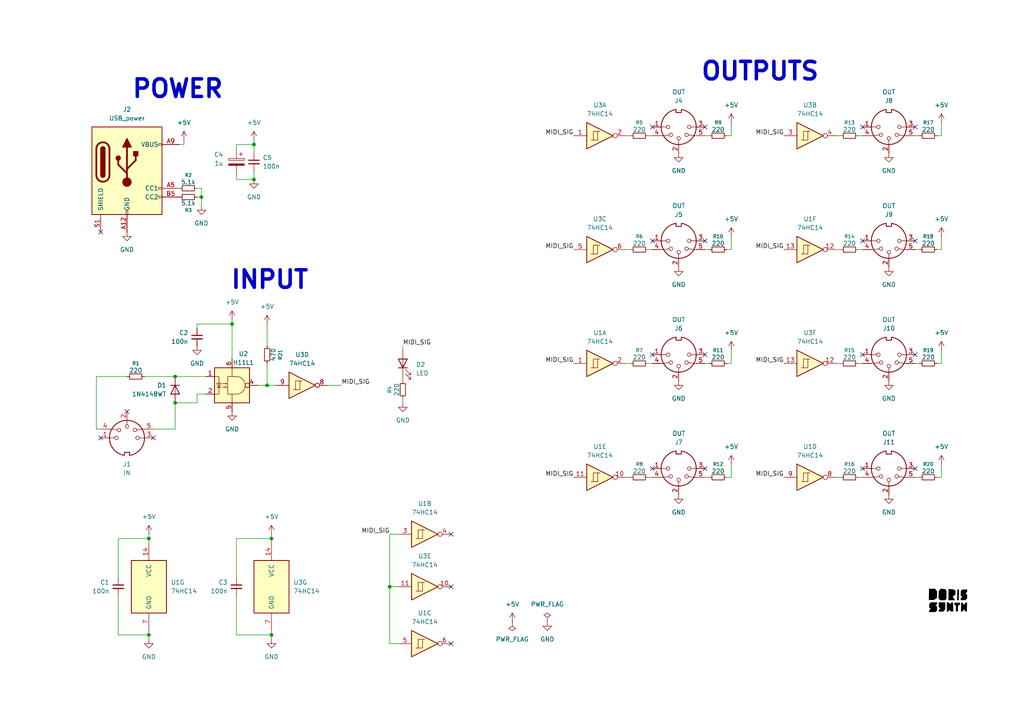
<source format=kicad_sch>
(kicad_sch (version 20250114) (generator "eeschema") (generator_version "9.0")
  (paper "A4")
  (title_block (title "AnotherMidiSplitterV2") (date "2025-11-05") (company "Miłosz Derżko"))
  (lib_symbols
    (symbol "74xx:74HC14" (pin_names (offset 1.016))
      (property "Reference" "U" (at 0 1.27 0))
      (property "Value" "74HC14" (at 0 -1.27 0))
      (symbol "74HC14_1_0"
        (polyline (pts (xy -3.81 3.81) (xy -3.81 -3.81) (xy 3.81 0) (xy -3.81 3.81)) (stroke (width 0.254)) (fill (type background)))
        (pin input line (at -7.62 0 0) (length 3.81) (name "~") (number "1"))
        (pin output inverted (at 7.62 0 180) (length 3.81) (name "~") (number "2"))
      )
      (symbol "74HC14_1_1"
        (polyline (pts (xy -2.54 -1.27) (xy -0.635 -1.27) (xy -0.635 1.27) (xy 0 1.27)))
        (polyline (pts (xy -1.905 -1.27) (xy -1.905 1.27) (xy -0.635 1.27)))
      )
      (symbol "74HC14_2_0"
        (polyline (pts (xy -3.81 3.81) (xy -3.81 -3.81) (xy 3.81 0) (xy -3.81 3.81)) (stroke (width 0.254)) (fill (type background)))
        (pin input line (at -7.62 0 0) (length 3.81) (name "~") (number "3"))
        (pin output inverted (at 7.62 0 180) (length 3.81) (name "~") (number "4"))
      )
      (symbol "74HC14_2_1"
        (polyline (pts (xy -2.54 -1.27) (xy -0.635 -1.27) (xy -0.635 1.27) (xy 0 1.27)))
        (polyline (pts (xy -1.905 -1.27) (xy -1.905 1.27) (xy -0.635 1.27)))
      )
      (symbol "74HC14_3_0"
        (polyline (pts (xy -3.81 3.81) (xy -3.81 -3.81) (xy 3.81 0) (xy -3.81 3.81)) (stroke (width 0.254)) (fill (type background)))
        (pin input line (at -7.62 0 0) (length 3.81) (name "~") (number "5"))
        (pin output inverted (at 7.62 0 180) (length 3.81) (name "~") (number "6"))
      )
      (symbol "74HC14_3_1"
        (polyline (pts (xy -2.54 -1.27) (xy -0.635 -1.27) (xy -0.635 1.27) (xy 0 1.27)))
        (polyline (pts (xy -1.905 -1.27) (xy -1.905 1.27) (xy -0.635 1.27)))
      )
      (symbol "74HC14_4_0"
        (polyline (pts (xy -3.81 3.81) (xy -3.81 -3.81) (xy 3.81 0) (xy -3.81 3.81)) (stroke (width 0.254)) (fill (type background)))
        (pin input line (at -7.62 0 0) (length 3.81) (name "~") (number "9"))
        (pin output inverted (at 7.62 0 180) (length 3.81) (name "~") (number "8"))
      )
      (symbol "74HC14_4_1"
        (polyline (pts (xy -2.54 -1.27) (xy -0.635 -1.27) (xy -0.635 1.27) (xy 0 1.27)))
        (polyline (pts (xy -1.905 -1.27) (xy -1.905 1.27) (xy -0.635 1.27)))
      )
      (symbol "74HC14_5_0"
        (polyline (pts (xy -3.81 3.81) (xy -3.81 -3.81) (xy 3.81 0) (xy -3.81 3.81)) (stroke (width 0.254)) (fill (type background)))
        (pin input line (at -7.62 0 0) (length 3.81) (name "~") (number "11"))
        (pin output inverted (at 7.62 0 180) (length 3.81) (name "~") (number "10"))
      )
      (symbol "74HC14_5_1"
        (polyline (pts (xy -2.54 -1.27) (xy -0.635 -1.27) (xy -0.635 1.27) (xy 0 1.27)))
        (polyline (pts (xy -1.905 -1.27) (xy -1.905 1.27) (xy -0.635 1.27)))
      )
      (symbol "74HC14_6_0"
        (polyline (pts (xy -3.81 3.81) (xy -3.81 -3.81) (xy 3.81 0) (xy -3.81 3.81)) (stroke (width 0.254)) (fill (type background)))
        (pin input line (at -7.62 0 0) (length 3.81) (name "~") (number "13"))
        (pin output inverted (at 7.62 0 180) (length 3.81) (name "~") (number "12"))
      )
      (symbol "74HC14_6_1"
        (polyline (pts (xy -2.54 -1.27) (xy -0.635 -1.27) (xy -0.635 1.27) (xy 0 1.27)))
        (polyline (pts (xy -1.905 -1.27) (xy -1.905 1.27) (xy -0.635 1.27)))
      )
      (symbol "74HC14_7_0"
        (pin power_in line (at 0 12.7 270) (length 5.08) (name "VCC") (number "14"))
        (pin power_in line (at 0 -12.7 90) (length 5.08) (name "GND") (number "7"))
      )
      (symbol "74HC14_7_1"
        (rectangle (start -5.08 7.62) (end 5.08 -7.62) (stroke (width 0.254)) (fill (type background)))
      )
    )
    (symbol "Connector:DIN-5_180degree" (pin_names (offset 1.016))
      (property "Reference" "J" (at 3.175 5.715 0))
      (property "Value" "DIN-5_180degree" (at 0 -6.35 0))
      (symbol "DIN-5_180degree_0_1"
        (polyline (pts (xy -5.08 2.54) (xy -4.318 2.54) (xy -2.794 2.286)))
        (polyline (pts (xy -5.08 0) (xy -3.556 0)))
        (circle (center -3.048 0) (radius 0.508))
        (circle (center -2.286 2.286) (radius 0.508))
        (polyline (pts (xy -0.762 -4.953) (xy -0.762 -4.191) (xy 0.762 -4.191) (xy 0.762 -4.953)) (stroke (width 0.254)))
        (arc (start 5.08 0) (mid 3.8673 -3.3444) (end 0.762 -5.08) (stroke (width 0.254)))
        (polyline (pts (xy 0 5.08) (xy 0 3.81)))
        (circle (center 0 3.302) (radius 0.508))
        (arc (start -5.08 0) (mid 0 5.0579) (end 5.08 0) (stroke (width 0.254)))
        (arc (start -0.762 -5.08) (mid -3.8597 -3.3379) (end -5.08 0) (stroke (width 0.254)))
        (circle (center 2.286 2.286) (radius 0.508))
        (circle (center 3.048 0) (radius 0.508))
        (polyline (pts (xy 5.08 2.54) (xy 4.318 2.54) (xy 2.794 2.286)))
        (polyline (pts (xy 5.08 0) (xy 3.556 0)))
      )
      (symbol "DIN-5_180degree_1_1"
        (pin passive line (at -7.62 2.54 0) (length 2.54) (name "~") (number "4"))
        (pin passive line (at -7.62 0 0) (length 2.54) (name "~") (number "1"))
        (pin passive line (at 0 7.62 270) (length 2.54) (name "~") (number "2"))
        (pin passive line (at 7.62 2.54 180) (length 2.54) (name "~") (number "5"))
        (pin passive line (at 7.62 0 180) (length 2.54) (name "~") (number "3"))
      )
    )
    (symbol "Connector:USB_C_Receptacle_PowerOnly_6P" (pin_names (offset 1.016))
      (property "Reference" "J" (at 0 16.51 0))
      (property "Value" "USB_C_Receptacle_PowerOnly_6P" (at 0 13.97 0))
      (symbol "USB_C_Receptacle_PowerOnly_6P_0_0"
        (rectangle (start -0.254 -12.7) (end 0.254 -11.684))
        (rectangle (start 10.16 7.874) (end 9.144 7.366))
        (rectangle (start 10.16 -4.826) (end 9.144 -5.334))
        (rectangle (start 10.16 -7.366) (end 9.144 -7.874))
      )
      (symbol "USB_C_Receptacle_PowerOnly_6P_0_1"
        (rectangle (start -10.16 12.7) (end 10.16 -12.7) (stroke (width 0.254)) (fill (type background)))
        (polyline (pts (xy -8.89 -1.27) (xy -8.89 6.35)) (stroke (width 0.508)))
        (rectangle (start -7.62 -1.27) (end -6.35 6.35) (stroke (width 0.254)) (fill (type outline)))
        (arc (start -7.62 6.35) (mid -6.985 6.9823) (end -6.35 6.35) (stroke (width 0.254)))
        (arc (start -7.62 6.35) (mid -6.985 6.9823) (end -6.35 6.35) (stroke (width 0.254)) (fill (type outline)))
        (arc (start -8.89 6.35) (mid -6.985 8.2467) (end -5.08 6.35) (stroke (width 0.508)))
        (arc (start -5.08 -1.27) (mid -6.985 -3.1667) (end -8.89 -1.27) (stroke (width 0.508)))
        (arc (start -6.35 -1.27) (mid -6.985 -1.9023) (end -7.62 -1.27) (stroke (width 0.254)))
        (arc (start -6.35 -1.27) (mid -6.985 -1.9023) (end -7.62 -1.27) (stroke (width 0.254)) (fill (type outline)))
        (polyline (pts (xy -5.08 6.35) (xy -5.08 -1.27)) (stroke (width 0.508)))
        (circle (center -2.54 3.683) (radius 0.635) (stroke (width 0.254)) (fill (type outline)))
        (polyline (pts (xy -1.27 6.858) (xy 0 9.398) (xy 1.27 6.858) (xy -1.27 6.858)) (stroke (width 0.254)) (fill (type outline)))
        (polyline (pts (xy 0 0.508) (xy 2.54 3.048) (xy 2.54 4.318)) (stroke (width 0.508)))
        (polyline (pts (xy 0 -0.762) (xy -2.54 1.778) (xy -2.54 3.048)) (stroke (width 0.508)))
        (polyline (pts (xy 0 -3.302) (xy 0 6.858)) (stroke (width 0.508)))
        (circle (center 0 -3.302) (radius 1.27) (fill (type outline)))
        (rectangle (start 1.905 4.318) (end 3.175 5.588) (stroke (width 0.254)) (fill (type outline)))
      )
      (symbol "USB_C_Receptacle_PowerOnly_6P_1_1"
        (pin passive line (at -7.62 -17.78 90) (length 5.08) (name "SHIELD") (number "S1"))
        (pin passive line (at 0 -17.78 90) (length 5.08) (name "GND") (number "A12"))
        (pin passive line (at 0 -17.78 90) (length 5.08) (hide yes) (name "GND") (number "B12"))
        (pin passive line (at 15.24 7.62 180) (length 5.08) (name "VBUS") (number "A9"))
        (pin passive line (at 15.24 7.62 180) (length 5.08) (hide yes) (name "VBUS") (number "B9"))
        (pin bidirectional line (at 15.24 -5.08 180) (length 5.08) (name "CC1") (number "A5"))
        (pin bidirectional line (at 15.24 -7.62 180) (length 5.08) (name "CC2") (number "B5"))
      )
    )
    (symbol "Device:C_Polarized" (pin_numbers (hide yes)) (pin_names (offset 0.254))
      (property "Reference" "C" (at 0.635 2.54 0))
      (property "Value" "C_Polarized" (at 0.635 -2.54 0))
      (symbol "C_Polarized_0_1"
        (rectangle (start -2.286 0.508) (end 2.286 1.016))
        (polyline (pts (xy -1.778 2.286) (xy -0.762 2.286)))
        (polyline (pts (xy -1.27 2.794) (xy -1.27 1.778)))
        (rectangle (start 2.286 -0.508) (end -2.286 -1.016) (fill (type outline)))
      )
      (symbol "C_Polarized_1_1"
        (pin passive line (at 0 3.81 270) (length 2.794) (name "~") (number "1"))
        (pin passive line (at 0 -3.81 90) (length 2.794) (name "~") (number "2"))
      )
    )
    (symbol "Device:C_Small" (pin_numbers (hide yes)) (pin_names (offset 0.254) (hide yes))
      (property "Reference" "C" (at 0.254 1.778 0))
      (property "Value" "C_Small" (at 0.254 -2.032 0))
      (symbol "C_Small_0_1"
        (polyline (pts (xy -1.524 0.508) (xy 1.524 0.508)) (stroke (width 0.3048)))
        (polyline (pts (xy -1.524 -0.508) (xy 1.524 -0.508)) (stroke (width 0.3302)))
      )
      (symbol "C_Small_1_1"
        (pin passive line (at 0 2.54 270) (length 2.032) (name "~") (number "1"))
        (pin passive line (at 0 -2.54 90) (length 2.032) (name "~") (number "2"))
      )
    )
    (symbol "Device:LED" (pin_numbers (hide yes)) (pin_names (offset 1.016) (hide yes))
      (property "Reference" "D" (at 0 2.54 0))
      (property "Value" "LED" (at 0 -2.54 0))
      (symbol "LED_0_1"
        (polyline (pts (xy -3.048 -0.762) (xy -4.572 -2.286) (xy -3.81 -2.286) (xy -4.572 -2.286) (xy -4.572 -1.524)))
        (polyline (pts (xy -1.778 -0.762) (xy -3.302 -2.286) (xy -2.54 -2.286) (xy -3.302 -2.286) (xy -3.302 -1.524)))
        (polyline (pts (xy -1.27 0) (xy 1.27 0)))
        (polyline (pts (xy -1.27 -1.27) (xy -1.27 1.27)) (stroke (width 0.254)))
        (polyline (pts (xy 1.27 -1.27) (xy 1.27 1.27) (xy -1.27 0) (xy 1.27 -1.27)) (stroke (width 0.254)))
      )
      (symbol "LED_1_1"
        (pin passive line (at -3.81 0 0) (length 2.54) (name "K") (number "1"))
        (pin passive line (at 3.81 0 180) (length 2.54) (name "A") (number "2"))
      )
    )
    (symbol "Device:R_Small" (pin_numbers (hide yes)) (pin_names (offset 0.254) (hide yes))
      (property "Reference" "R" (at 0 0 90))
      (property "Value" "R_Small" (at 1.778 0 90))
      (symbol "R_Small_0_1"
        (rectangle (start -0.762 1.778) (end 0.762 -1.778) (stroke (width 0.2032)))
      )
      (symbol "R_Small_1_1"
        (pin passive line (at 0 2.54 270) (length 0.762) (name "~") (number "1"))
        (pin passive line (at 0 -2.54 90) (length 0.762) (name "~") (number "2"))
      )
    )
    (symbol "Diode:1N4148WT" (pin_numbers (hide yes)) (pin_names (hide yes))
      (property "Reference" "D" (at 0 2.54 0))
      (property "Value" "1N4148WT" (at 0 -2.54 0))
      (symbol "1N4148WT_0_1"
        (polyline (pts (xy -1.27 1.27) (xy -1.27 -1.27)) (stroke (width 0.254)))
        (polyline (pts (xy 1.27 1.27) (xy 1.27 -1.27) (xy -1.27 0) (xy 1.27 1.27)) (stroke (width 0.254)))
        (polyline (pts (xy 1.27 0) (xy -1.27 0)))
      )
      (symbol "1N4148WT_1_1"
        (pin passive line (at -3.81 0 0) (length 2.54) (name "K") (number "1"))
        (pin passive line (at 3.81 0 180) (length 2.54) (name "A") (number "2"))
      )
    )
    (symbol "Isolator:H11L1" (pin_names (offset 1.016))
      (property "Reference" "U" (at 1.27 8.89 0))
      (property "Value" "H11L1" (at 1.27 6.35 0))
      (symbol "H11L1_0_1"
        (rectangle (start -5.08 5.08) (end 5.08 -5.08) (stroke (width 0.254)) (fill (type background)))
        (polyline (pts (xy -5.08 -2.54) (xy -3.81 -2.54) (xy -3.81 2.54) (xy -5.08 2.54)))
        (polyline (pts (xy -4.445 -0.635) (xy -3.175 -0.635)))
        (polyline (pts (xy -3.81 -0.635) (xy -4.445 0.635) (xy -3.175 0.635) (xy -3.81 -0.635)))
        (polyline (pts (xy -2.794 0.508) (xy -1.524 0.508) (xy -1.905 0.381) (xy -1.905 0.635) (xy -1.524 0.508)))
        (polyline (pts (xy -2.794 -0.508) (xy -1.524 -0.508) (xy -1.905 -0.635) (xy -1.905 -0.381) (xy -1.524 -0.508)))
        (polyline (pts (xy 0 2.54) (xy 0 5.08)))
        (polyline (pts (xy 0 -2.54) (xy 0 -5.08) (xy 0 -3.81)))
        (arc (start 1.27 2.54) (mid 3.799 0) (end 1.27 -2.54))
        (polyline (pts (xy 1.27 -2.54) (xy -1.27 -2.54) (xy -1.27 2.54) (xy 1.27 2.54)))
      )
      (symbol "H11L1_1_1"
        (pin passive line (at -7.62 2.54 0) (length 2.54) (name "~") (number "1"))
        (pin passive line (at -7.62 -2.54 0) (length 2.54) (name "~") (number "2"))
        (pin no_connect line (at -5.08 0 0) (length 2.54) (hide yes) (name "~") (number "3"))
        (pin power_in line (at 0 7.62 270) (length 2.54) (name "~") (number "6"))
        (pin power_in line (at 0 -7.62 90) (length 2.54) (name "~") (number "5"))
        (pin output inverted (at 7.62 0 180) (length 3.81) (name "~") (number "4"))
      )
    )
    (symbol "power:+5V" (power) (pin_numbers (hide yes)) (pin_names (offset 0) (hide yes))
      (property "Value" "+5V" (at 0 3.556 0))
      (symbol "+5V_0_1"
        (polyline (pts (xy -0.762 1.27) (xy 0 2.54)))
        (polyline (pts (xy 0 2.54) (xy 0.762 1.27)))
        (polyline (pts (xy 0 0) (xy 0 2.54)))
      )
      (symbol "+5V_1_1"
        (pin power_in line (at 0 0 90) (length 0) (name "~") (number "1"))
      )
    )
    (symbol "power:GND" (power) (pin_numbers (hide yes)) (pin_names (offset 0) (hide yes))
      (property "Value" "GND" (at 0 -3.81 0))
      (symbol "GND_0_1"
        (polyline (pts (xy 0 0) (xy 0 -1.27) (xy 1.27 -1.27) (xy 0 -2.54) (xy -1.27 -1.27) (xy 0 -1.27)))
      )
      (symbol "GND_1_1"
        (pin power_in line (at 0 0 270) (length 0) (name "~") (number "1"))
      )
    )
    (symbol "power:PWR_FLAG" (power) (pin_numbers (hide yes)) (pin_names (offset 0) (hide yes))
      (property "Value" "PWR_FLAG" (at 0 3.81 0))
      (symbol "PWR_FLAG_0_0"
        (pin power_out line (at 0 0 90) (length 0) (name "~") (number "1"))
      )
      (symbol "PWR_FLAG_0_1"
        (polyline (pts (xy 0 0) (xy 0 1.27) (xy -1.016 1.905) (xy 0 2.54) (xy 1.016 1.905) (xy 0 1.27)))
      )
    )
  )
  (polyline (pts (xy 274.1781 170.8874) (xy 274.5369 171.4395) (xy 274.4955 173.6891) (xy 274.0815 174.0893) (xy 272.66 174.0893) (xy 272.2045 173.5096) (xy 272.2873 171.3843) (xy 272.867 170.7356) (xy 274.1781 170.8874)) (stroke (width -0.0001) (type solid) (color 0 0 0 1)) (fill (type outline)))
  (polyline (pts (xy 280.5061 171.6846) (xy 280.0783 172.071) (xy 280.513 172.5333) (xy 280.5061 173.5891) (xy 280.0507 174.0583) (xy 278.643 174.0721) (xy 278.6568 173.5339) (xy 279.057 173.1199) (xy 278.6361 172.7403) (xy 278.6706 171.4223) (xy 279.0846 170.9945) (xy 279.8023 170.9831) (xy 280.1702 170.976) (xy 280.5199 170.9669) (xy 280.5061 171.6846)) (stroke (width -0.0001) (type solid) (color 0 0 0 1)) (fill (type outline)))
  (polyline (pts (xy 271.8001 171.5166) (xy 271.7311 173.4487) (xy 270.8617 174.0284) (xy 269.3987 174.0146) (xy 269.454 170.7713) (xy 271.1929 170.7437) (xy 271.8001 171.5166)) (stroke (width -0.0001) (type solid) (color 0 0 0 1)) (fill (type outline)))
  (polyline (pts (xy 278.4615 174.8171) (xy 278.4661 175.3222) (xy 277.876 175.7282) (xy 277.8174 177.3182) (xy 277.2467 177.3491) (xy 277.2788 175.7339) (xy 276.7973 175.3613) (xy 276.7973 174.8148) (xy 278.4615 174.8171)) (stroke (width -0.0001) (type solid) (color 0 0 0 1)) (fill (type outline)))
  (polyline (pts (xy 275.1543 174.7317) (xy 275.8179 175.2956) (xy 275.8179 174.761) (xy 276.4229 174.7414) (xy 276.4913 177.3518) (xy 275.8667 177.3713) (xy 275.1905 176.8714) (xy 275.1836 177.3713) (xy 274.6176 177.4103) (xy 274.6078 174.7122) (xy 275.1543 174.7317)) (stroke (width -0.0001) (type solid) (color 0 0 0 1)) (fill (type outline)))
  (polyline (pts (xy 271.8033 175.2235) (xy 271.3154 175.5943) (xy 271.8033 175.9456) (xy 271.7838 177.055) (xy 271.3349 177.5234) (xy 269.4807 177.5429) (xy 269.5002 176.9769) (xy 269.9413 176.5795) (xy 269.5071 176.2212) (xy 269.5117 175.1953) (xy 269.9882 174.6933) (xy 271.8033 174.6933) (xy 271.8033 175.2235)) (stroke (width -0.0001) (type solid) (color 0 0 0 1)) (fill (type outline)))
  (polyline (pts (xy 280.4261 177.3986) (xy 280.0357 177.3986) (xy 279.5673 176.7155) (xy 279.2355 177.3206) (xy 278.7085 177.3791) (xy 278.7718 174.8376) (xy 279.1817 174.8376) (xy 279.6306 175.5012) (xy 280.0014 174.7791) (xy 280.4894 174.74) (xy 280.4261 177.3986)) (stroke (width -0.0001) (type solid) (color 0 0 0 1)) (fill (type outline)))
  (polyline (pts (xy 279.0846 170.9945) (xy 279.0846 170.9945)) (stroke (width -0.0001) (type solid) (color 0 0 0 1)) (fill (type outline)))
  (polyline (pts (xy 278.1265 172.4988) (xy 278.0993 173.5731) (xy 278.0862 173.9355) (xy 278.0747 174.0859) (xy 278.0709 174.0908) (xy 278.0648 174.0949) (xy 278.0564 174.0984) (xy 278.0461 174.1012) (xy 278.0199 174.1052) (xy 277.9876 174.1071) (xy 277.9505 174.1072) (xy 277.9098 174.1058) (xy 277.8229 174.0997) (xy 277.7373 174.0911) (xy 277.6633 174.0821) (xy 277.5917 174.0721) (xy 277.6883 170.9669) (xy 278.1576 170.9531) (xy 278.1265 172.4988)) (stroke (width -0.0001) (type solid) (color 0 0 0 1)) (fill (type outline)))
  (polyline (pts (xy 276.629 170.9426) (xy 277.1258 171.3705) (xy 277.0982 172.4056) (xy 276.3116 173.0818) (xy 277.0154 174.0893) (xy 275.0833 174.0893) (xy 275.0988 172.4866) (xy 275.1124 171.3703) (xy 275.1247 170.8322) (xy 276.629 170.9426)) (stroke (width -0.0001) (type solid) (color 0 0 0 1)) (fill (type outline)))
  (polyline (pts (xy 274.1631 174.6972) (xy 274.1435 176.7856) (xy 273.5511 177.4011) (xy 272.2581 177.413) (xy 272.2971 176.8665) (xy 272.7461 176.4957) (xy 272.2833 176.0631) (xy 272.2741 174.6874) (xy 274.1631 174.6972)) (stroke (width -0.0001) (type solid) (color 0 0 0 1)) (fill (type outline)))
  (text "OUTPUTS" (at 220.472 20.828 0) (effects (font (size 5.08 5.08) (thickness 1.016) (bold yes))))
  (text "POWER" (at 51.562 25.908 0) (effects (font (size 5.08 5.08) (thickness 1.016) (bold yes))))
  (text "INPUT" (at 78.232 81.28 0) (effects (font (size 5.08 5.08) (thickness 1.016) (bold yes))))
  (junction (at 73.66 52.07))
  (junction (at 58.42 57.15))
  (junction (at 43.18 156.21))
  (junction (at 73.66 41.91))
  (junction (at 78.74 156.21))
  (junction (at 67.31 93.98))
  (junction (at 113.03 170.18))
  (junction (at 78.74 184.15))
  (junction (at 50.8 116.84))
  (junction (at 77.47 111.76))
  (junction (at 50.8 109.22))
  (junction (at 43.18 184.15))
  (no_connect (at 204.47 69.85))
  (no_connect (at 189.23 69.85))
  (no_connect (at 44.45 127))
  (no_connect (at 29.21 67.31))
  (no_connect (at 130.81 186.69))
  (no_connect (at 250.19 102.87))
  (no_connect (at 204.47 102.87))
  (no_connect (at 36.83 119.38))
  (no_connect (at 265.43 36.83))
  (no_connect (at 204.47 135.89))
  (no_connect (at 189.23 135.89))
  (no_connect (at 204.47 36.83))
  (no_connect (at 189.23 36.83))
  (no_connect (at 250.19 69.85))
  (no_connect (at 130.81 170.18))
  (no_connect (at 265.43 135.89))
  (no_connect (at 250.19 135.89))
  (no_connect (at 250.19 36.83))
  (no_connect (at 265.43 69.85))
  (no_connect (at 130.81 154.94))
  (no_connect (at 189.23 102.87))
  (no_connect (at 29.21 127))
  (no_connect (at 265.43 102.87))
  (wire (pts (xy 273.05 134.62) (xy 273.05 138.43)))
  (wire (pts (xy 27.94 109.22) (xy 27.94 124.46)))
  (wire (pts (xy 181.61 39.37) (xy 182.88 39.37)))
  (wire (pts (xy 205.74 138.43) (xy 204.47 138.43)))
  (wire (pts (xy 50.8 124.46) (xy 44.45 124.46)))
  (wire (pts (xy 43.18 182.88) (xy 43.18 184.15)))
  (wire (pts (xy 27.94 109.22) (xy 36.83 109.22)))
  (wire (pts (xy 273.05 105.41) (xy 271.78 105.41)))
  (wire (pts (xy 68.58 167.64) (xy 68.58 156.21)))
  (wire (pts (xy 99.06 111.76) (xy 95.25 111.76)))
  (wire (pts (xy 58.42 54.61) (xy 58.42 57.15)))
  (wire (pts (xy 116.84 109.22) (xy 116.84 110.49)))
  (wire (pts (xy 113.03 170.18) (xy 113.03 186.69)))
  (wire (pts (xy 273.05 39.37) (xy 271.78 39.37)))
  (wire (pts (xy 34.29 184.15) (xy 34.29 172.72)))
  (wire (pts (xy 266.7 105.41) (xy 265.43 105.41)))
  (wire (pts (xy 242.57 39.37) (xy 243.84 39.37)))
  (wire (pts (xy 73.66 41.91) (xy 68.58 41.91)))
  (wire (pts (xy 115.57 154.94) (xy 113.03 154.94)))
  (wire (pts (xy 77.47 93.98) (xy 77.47 100.33)))
  (wire (pts (xy 242.57 72.39) (xy 243.84 72.39)))
  (wire (pts (xy 181.61 105.41) (xy 182.88 105.41)))
  (wire (pts (xy 181.61 138.43) (xy 182.88 138.43)))
  (wire (pts (xy 187.96 105.41) (xy 189.23 105.41)))
  (wire (pts (xy 34.29 167.64) (xy 34.29 156.21)))
  (wire (pts (xy 73.66 44.45) (xy 73.66 41.91)))
  (wire (pts (xy 113.03 186.69) (xy 115.57 186.69)))
  (wire (pts (xy 181.61 72.39) (xy 182.88 72.39)))
  (wire (pts (xy 212.09 72.39) (xy 210.82 72.39)))
  (wire (pts (xy 187.96 39.37) (xy 189.23 39.37)))
  (wire (pts (xy 27.94 124.46) (xy 29.21 124.46)))
  (wire (pts (xy 187.96 138.43) (xy 189.23 138.43)))
  (wire (pts (xy 273.05 72.39) (xy 271.78 72.39)))
  (wire (pts (xy 50.8 109.22) (xy 59.69 109.22)))
  (wire (pts (xy 266.7 72.39) (xy 265.43 72.39)))
  (wire (pts (xy 57.15 54.61) (xy 58.42 54.61)))
  (wire (pts (xy 266.7 138.43) (xy 265.43 138.43)))
  (wire (pts (xy 50.8 124.46) (xy 50.8 116.84)))
  (wire (pts (xy 43.18 154.94) (xy 43.18 156.21)))
  (wire (pts (xy 205.74 105.41) (xy 204.47 105.41)))
  (wire (pts (xy 43.18 185.42) (xy 43.18 184.15)))
  (wire (pts (xy 78.74 185.42) (xy 78.74 184.15)))
  (wire (pts (xy 57.15 114.3) (xy 59.69 114.3)))
  (wire (pts (xy 73.66 52.07) (xy 68.58 52.07)))
  (wire (pts (xy 273.05 101.6) (xy 273.05 105.41)))
  (wire (pts (xy 68.58 184.15) (xy 68.58 172.72)))
  (wire (pts (xy 58.42 57.15) (xy 57.15 57.15)))
  (wire (pts (xy 113.03 154.94) (xy 113.03 170.18)))
  (wire (pts (xy 212.09 39.37) (xy 210.82 39.37)))
  (wire (pts (xy 67.31 104.14) (xy 67.31 93.98)))
  (wire (pts (xy 248.92 39.37) (xy 250.19 39.37)))
  (wire (pts (xy 67.31 92.71) (xy 67.31 93.98)))
  (wire (pts (xy 52.07 41.91) (xy 53.34 41.91)))
  (wire (pts (xy 43.18 184.15) (xy 34.29 184.15)))
  (wire (pts (xy 273.05 35.56) (xy 273.05 39.37)))
  (wire (pts (xy 116.84 101.6) (xy 116.84 100.33)))
  (wire (pts (xy 77.47 105.41) (xy 77.47 111.76)))
  (wire (pts (xy 68.58 41.91) (xy 68.58 43.18)))
  (wire (pts (xy 266.7 39.37) (xy 265.43 39.37)))
  (wire (pts (xy 212.09 35.56) (xy 212.09 39.37)))
  (wire (pts (xy 212.09 138.43) (xy 210.82 138.43)))
  (wire (pts (xy 73.66 40.64) (xy 73.66 41.91)))
  (wire (pts (xy 242.57 105.41) (xy 243.84 105.41)))
  (wire (pts (xy 74.93 111.76) (xy 77.47 111.76)))
  (wire (pts (xy 205.74 72.39) (xy 204.47 72.39)))
  (wire (pts (xy 273.05 68.58) (xy 273.05 72.39)))
  (wire (pts (xy 212.09 134.62) (xy 212.09 138.43)))
  (wire (pts (xy 78.74 182.88) (xy 78.74 184.15)))
  (wire (pts (xy 78.74 154.94) (xy 78.74 156.21)))
  (wire (pts (xy 53.34 40.64) (xy 53.34 41.91)))
  (wire (pts (xy 205.74 39.37) (xy 204.47 39.37)))
  (wire (pts (xy 248.92 72.39) (xy 250.19 72.39)))
  (wire (pts (xy 77.47 111.76) (xy 80.01 111.76)))
  (wire (pts (xy 116.84 115.57) (xy 116.84 116.84)))
  (wire (pts (xy 68.58 156.21) (xy 78.74 156.21)))
  (wire (pts (xy 50.8 116.84) (xy 57.15 116.84)))
  (wire (pts (xy 68.58 52.07) (xy 68.58 50.8)))
  (wire (pts (xy 78.74 184.15) (xy 68.58 184.15)))
  (wire (pts (xy 57.15 93.98) (xy 57.15 95.25)))
  (wire (pts (xy 58.42 57.15) (xy 58.42 59.69)))
  (wire (pts (xy 212.09 101.6) (xy 212.09 105.41)))
  (wire (pts (xy 212.09 105.41) (xy 210.82 105.41)))
  (wire (pts (xy 248.92 138.43) (xy 250.19 138.43)))
  (wire (pts (xy 273.05 138.43) (xy 271.78 138.43)))
  (wire (pts (xy 43.18 156.21) (xy 43.18 157.48)))
  (wire (pts (xy 242.57 138.43) (xy 243.84 138.43)))
  (wire (pts (xy 113.03 170.18) (xy 115.57 170.18)))
  (wire (pts (xy 187.96 72.39) (xy 189.23 72.39)))
  (wire (pts (xy 212.09 68.58) (xy 212.09 72.39)))
  (wire (pts (xy 57.15 116.84) (xy 57.15 114.3)))
  (wire (pts (xy 78.74 156.21) (xy 78.74 157.48)))
  (wire (pts (xy 34.29 156.21) (xy 43.18 156.21)))
  (wire (pts (xy 41.91 109.22) (xy 50.8 109.22)))
  (wire (pts (xy 248.92 105.41) (xy 250.19 105.41)))
  (wire (pts (xy 67.31 93.98) (xy 57.15 93.98)))
  (wire (pts (xy 73.66 49.53) (xy 73.66 52.07)))
  (label "MIDI_SIG" (at 99.06 111.76 0))
  (label "MIDI_SIG" (at 166.37 138.43 180))
  (label "MIDI_SIG" (at 166.37 39.37 180))
  (label "MIDI_SIG" (at 227.33 72.39 180))
  (label "MIDI_SIG" (at 166.37 72.39 180))
  (label "MIDI_SIG" (at 227.33 138.43 180))
  (label "MIDI_SIG" (at 227.33 105.41 180))
  (label "MIDI_SIG" (at 227.33 39.37 180))
  (label "MIDI_SIG" (at 116.84 100.33 0))
  (label "MIDI_SIG" (at 113.03 154.94 180))
  (label "MIDI_SIG" (at 166.37 105.41 180))
  (symbol (lib_id "Device:R_Small") (at 269.24 105.41 270) (mirror x) (unit 1)
    (property "Reference" "R19" (at 269.24 101.6 90) (effects (font (size 1.016 1.016))))
    (property "Value" "220" (at 269.24 103.632 90))
    (property "Footprint" "Resistor_SMD:R_0603_1608Metric_Pad0.98x0.95mm_HandSolder" (effects (hide yes)))
    (property "Description" "Resistor, small symbol" (effects (hide yes)))
  )
  (symbol (lib_id "Device:R_Small") (at 77.47 102.87 0) (mirror x) (unit 1)
    (property "Reference" "R21" (at 81.28 102.87 90) (effects (font (size 1.016 1.016))))
    (property "Value" "470" (at 79.248 102.87 90))
    (property "Footprint" "Resistor_SMD:R_0603_1608Metric_Pad0.98x0.95mm_HandSolder" (effects (hide yes)))
    (property "Description" "Resistor, small symbol" (effects (hide yes)))
  )
  (symbol (lib_id "power:GND") (at 36.83 67.31 0) (unit 1)
    (property "Reference" "#PWR01" (effects (hide yes)))
    (property "Value" "GND" (at 36.83 72.39 0))
    (property "Description" "Power symbol creates a global label with name \"GND\" , ground" (effects (hide yes)))
  )
  (symbol (lib_id "Device:R_Small") (at 246.38 72.39 270) (mirror x) (unit 1)
    (property "Reference" "R14" (at 246.38 68.58 90) (effects (font (size 1.016 1.016))))
    (property "Value" "220" (at 246.38 70.612 90))
    (property "Footprint" "Resistor_SMD:R_0603_1608Metric_Pad0.98x0.95mm_HandSolder" (effects (hide yes)))
    (property "Description" "Resistor, small symbol" (effects (hide yes)))
  )
  (symbol (lib_id "Device:R_Small") (at 246.38 138.43 270) (mirror x) (unit 1)
    (property "Reference" "R16" (at 246.38 134.62 90) (effects (font (size 1.016 1.016))))
    (property "Value" "220" (at 246.38 136.652 90))
    (property "Footprint" "Resistor_SMD:R_0603_1608Metric_Pad0.98x0.95mm_HandSolder" (effects (hide yes)))
    (property "Description" "Resistor, small symbol" (effects (hide yes)))
  )
  (symbol (lib_id "Connector:DIN-5_180degree") (at 257.81 69.85 0) (mirror x) (unit 1)
    (property "Reference" "J9" (at 257.81 62.23 0))
    (property "Value" "OUT" (at 257.81 59.69 0))
    (property "Footprint" "Eurocad:MIDI_DIN5" (effects (hide yes)))
    (property "Datasheet" "http://www.mouser.com/ds/2/18/40_c091_abd_e-75918.pdf" (effects (hide yes)))
    (property "Description" "5-pin DIN connector (5-pin DIN-5 stereo)" (effects (hide yes)))
  )
  (symbol (lib_id "Device:R_Small") (at 54.61 54.61 270) (mirror x) (unit 1)
    (property "Reference" "R2" (at 54.61 50.8 90) (effects (font (size 1.016 1.016))))
    (property "Value" "5.1k" (at 54.61 52.832 90))
    (property "Footprint" "Resistor_SMD:R_0603_1608Metric_Pad0.98x0.95mm_HandSolder" (effects (hide yes)))
    (property "Description" "Resistor, small symbol" (effects (hide yes)))
  )
  (symbol (lib_id "Connector:DIN-5_180degree") (at 196.85 69.85 0) (mirror x) (unit 1)
    (property "Reference" "J5" (at 196.85 62.23 0))
    (property "Value" "OUT" (at 196.85 59.69 0))
    (property "Footprint" "Eurocad:MIDI_DIN5" (effects (hide yes)))
    (property "Datasheet" "http://www.mouser.com/ds/2/18/40_c091_abd_e-75918.pdf" (effects (hide yes)))
    (property "Description" "5-pin DIN connector (5-pin DIN-5 stereo)" (effects (hide yes)))
  )
  (symbol (lib_id "Device:LED") (at 116.84 105.41 90) (unit 1)
    (property "Reference" "D2" (at 120.65 105.7274 90) (effects (justify right)))
    (property "Value" "LED" (at 120.65 108.2674 90) (effects (justify right)))
    (property "Footprint" "LED_SMD:LED_1206_3216Metric" (effects (hide yes)))
    (property "Description" "Light emitting diode" (effects (hide yes)))
    (property "Sim.Pins" "1=K 2=A" (effects (hide yes)))
  )
  (symbol (lib_id "power:GND") (at 257.81 110.49 0) (unit 1)
    (property "Reference" "#PWR026" (effects (hide yes)))
    (property "Value" "GND" (at 257.81 115.57 0))
    (property "Description" "Power symbol creates a global label with name \"GND\" , ground" (effects (hide yes)))
  )
  (symbol (lib_id "power:GND") (at 58.42 59.69 0) (unit 1)
    (property "Reference" "#PWR06" (effects (hide yes)))
    (property "Value" "GND" (at 58.42 64.77 0))
    (property "Description" "Power symbol creates a global label with name \"GND\" , ground" (effects (hide yes)))
  )
  (symbol (lib_id "Device:R_Small") (at 116.84 113.03 0) (mirror y) (unit 1)
    (property "Reference" "R4" (at 113.03 113.03 90) (effects (font (size 1.016 1.016))))
    (property "Value" "220" (at 115.062 113.03 90))
    (property "Footprint" "Resistor_SMD:R_0603_1608Metric_Pad0.98x0.95mm_HandSolder" (effects (hide yes)))
    (property "Description" "Resistor, small symbol" (effects (hide yes)))
  )
  (symbol (lib_id "Device:R_Small") (at 54.61 57.15 270) (unit 1)
    (property "Reference" "R3" (at 54.61 60.96 90) (effects (font (size 1.016 1.016))))
    (property "Value" "5.1k" (at 54.61 58.928 90))
    (property "Footprint" "Resistor_SMD:R_0603_1608Metric_Pad0.98x0.95mm_HandSolder" (effects (hide yes)))
    (property "Description" "Resistor, small symbol" (effects (hide yes)))
  )
  (symbol (lib_id "Device:C_Small") (at 73.66 46.99 0) (mirror y) (unit 1)
    (property "Reference" "C5" (at 76.2 45.7262 0) (effects (justify right)))
    (property "Value" "100n" (at 76.2 48.2662 0) (effects (justify right)))
    (property "Footprint" "Capacitor_SMD:C_0805_2012Metric_Pad1.18x1.45mm_HandSolder" (effects (hide yes)))
    (property "Description" "Unpolarized capacitor, small symbol" (effects (hide yes)))
  )
  (symbol (lib_id "power:PWR_FLAG") (at 148.59 180.34 0) (mirror x) (unit 1)
    (property "Reference" "#FLG01" (effects (hide yes)))
    (property "Value" "PWR_FLAG" (at 148.59 185.42 0))
    (property "Description" "Special symbol for telling ERC where power comes from" (effects (hide yes)))
  )
  (symbol (lib_id "power:GND") (at 196.85 77.47 0) (unit 1)
    (property "Reference" "#PWR017" (effects (hide yes)))
    (property "Value" "GND" (at 196.85 82.55 0))
    (property "Description" "Power symbol creates a global label with name \"GND\" , ground" (effects (hide yes)))
  )
  (symbol (lib_id "power:GND") (at 257.81 77.47 0) (unit 1)
    (property "Reference" "#PWR025" (effects (hide yes)))
    (property "Value" "GND" (at 257.81 82.55 0))
    (property "Description" "Power symbol creates a global label with name \"GND\" , ground" (effects (hide yes)))
  )
  (symbol (lib_id "power:+5V") (at 273.05 101.6 0) (unit 1)
    (property "Reference" "#PWR030" (effects (hide yes)))
    (property "Value" "+5V" (at 273.05 96.52 0))
    (property "Description" "Power symbol creates a global label with name \"+5V\"" (effects (hide yes)))
  )
  (symbol (lib_id "Device:C_Small") (at 57.15 97.79 0) (unit 1)
    (property "Reference" "C2" (at 54.61 96.5262 0) (effects (justify right)))
    (property "Value" "100n" (at 54.61 99.0662 0) (effects (justify right)))
    (property "Footprint" "Capacitor_SMD:C_0805_2012Metric_Pad1.18x1.45mm_HandSolder" (effects (hide yes)))
    (property "Description" "Unpolarized capacitor, small symbol" (effects (hide yes)))
  )
  (symbol (lib_id "Connector:DIN-5_180degree") (at 36.83 127 0) (unit 1)
    (property "Reference" "J1" (at 36.83 134.62 0))
    (property "Value" "IN" (at 36.83 137.16 0))
    (property "Footprint" "Eurocad:MIDI_DIN5" (effects (hide yes)))
    (property "Datasheet" "http://www.mouser.com/ds/2/18/40_c091_abd_e-75918.pdf" (effects (hide yes)))
    (property "Description" "5-pin DIN connector (5-pin DIN-5 stereo)" (effects (hide yes)))
  )
  (symbol (lib_id "74xx:74HC14") (at 173.99 105.41 0) (unit 1)
    (property "Reference" "U1" (at 173.99 96.52 0))
    (property "Value" "74HC14" (at 173.99 99.06 0))
    (property "Footprint" "Package_SO:SO-14_5.3x10.2mm_P1.27mm" (effects (hide yes)))
    (property "Datasheet" "http://www.ti.com/lit/gpn/sn74HC14" (effects (hide yes)))
    (property "Description" "Hex inverter schmitt trigger" (effects (hide yes)))
  )
  (symbol (lib_id "74xx:74HC14") (at 234.95 105.41 0) (unit 6)
    (property "Reference" "U3" (at 234.95 96.52 0))
    (property "Value" "74HC14" (at 234.95 99.06 0))
    (property "Footprint" "Package_SO:SO-14_5.3x10.2mm_P1.27mm" (effects (hide yes)))
    (property "Datasheet" "http://www.ti.com/lit/gpn/sn74HC14" (effects (hide yes)))
    (property "Description" "Hex inverter schmitt trigger" (effects (hide yes)))
  )
  (symbol (lib_id "Connector:USB_C_Receptacle_PowerOnly_6P") (at 36.83 49.53 0) (unit 1)
    (property "Reference" "J2" (at 36.83 31.75 0))
    (property "Value" "USB_power" (at 36.83 34.29 0))
    (property "Footprint" "Connector_USB:USB_C_Receptacle_HRO_TYPE-C-31-M-17" (effects (hide yes)))
    (property "Datasheet" "https://www.usb.org/sites/default/files/documents/usb_type-c.zip" (effects (hide yes)))
    (property "Description" "USB Power-Only 6P Type-C Receptacle connector" (effects (hide yes)))
  )
  (symbol (lib_id "Device:R_Small") (at 246.38 39.37 270) (mirror x) (unit 1)
    (property "Reference" "R13" (at 246.38 35.56 90) (effects (font (size 1.016 1.016))))
    (property "Value" "220" (at 246.38 37.592 90))
    (property "Footprint" "Resistor_SMD:R_0603_1608Metric_Pad0.98x0.95mm_HandSolder" (effects (hide yes)))
    (property "Description" "Resistor, small symbol" (effects (hide yes)))
  )
  (symbol (lib_id "74xx:74HC14") (at 173.99 138.43 0) (unit 5)
    (property "Reference" "U1" (at 173.99 129.54 0))
    (property "Value" "74HC14" (at 173.99 132.08 0))
    (property "Footprint" "Package_SO:SO-14_5.3x10.2mm_P1.27mm" (effects (hide yes)))
    (property "Datasheet" "http://www.ti.com/lit/gpn/sn74HC14" (effects (hide yes)))
    (property "Description" "Hex inverter schmitt trigger" (effects (hide yes)))
  )
  (symbol (lib_id "power:+5V") (at 273.05 134.62 0) (unit 1)
    (property "Reference" "#PWR031" (effects (hide yes)))
    (property "Value" "+5V" (at 273.05 129.54 0))
    (property "Description" "Power symbol creates a global label with name \"+5V\"" (effects (hide yes)))
  )
  (symbol (lib_id "Connector:DIN-5_180degree") (at 257.81 36.83 0) (mirror x) (unit 1)
    (property "Reference" "J8" (at 257.81 29.21 0))
    (property "Value" "OUT" (at 257.81 26.67 0))
    (property "Footprint" "Eurocad:MIDI_DIN5" (effects (hide yes)))
    (property "Datasheet" "http://www.mouser.com/ds/2/18/40_c091_abd_e-75918.pdf" (effects (hide yes)))
    (property "Description" "5-pin DIN connector (5-pin DIN-5 stereo)" (effects (hide yes)))
  )
  (symbol (lib_id "Device:R_Small") (at 208.28 39.37 270) (mirror x) (unit 1)
    (property "Reference" "R9" (at 208.28 35.56 90) (effects (font (size 1.016 1.016))))
    (property "Value" "220" (at 208.28 37.592 90))
    (property "Footprint" "Resistor_SMD:R_0603_1608Metric_Pad0.98x0.95mm_HandSolder" (effects (hide yes)))
    (property "Description" "Resistor, small symbol" (effects (hide yes)))
  )
  (symbol (lib_id "Device:R_Small") (at 185.42 39.37 270) (mirror x) (unit 1)
    (property "Reference" "R5" (at 185.42 35.56 90) (effects (font (size 1.016 1.016))))
    (property "Value" "220" (at 185.42 37.592 90))
    (property "Footprint" "Resistor_SMD:R_0603_1608Metric_Pad0.98x0.95mm_HandSolder" (effects (hide yes)))
    (property "Description" "Resistor, small symbol" (effects (hide yes)))
  )
  (symbol (lib_id "power:+5V") (at 53.34 40.64 0) (unit 1)
    (property "Reference" "#PWR05" (effects (hide yes)))
    (property "Value" "+5V" (at 53.34 35.56 0))
    (property "Description" "Power symbol creates a global label with name \"+5V\"" (effects (hide yes)))
  )
  (symbol (lib_id "Device:C_Small") (at 34.29 170.18 0) (unit 1)
    (property "Reference" "C1" (at 31.75 168.9162 0) (effects (justify right)))
    (property "Value" "100n" (at 31.75 171.4562 0) (effects (justify right)))
    (property "Footprint" "Capacitor_SMD:C_0805_2012Metric_Pad1.18x1.45mm_HandSolder" (effects (hide yes)))
    (property "Description" "Unpolarized capacitor, small symbol" (effects (hide yes)))
  )
  (symbol (lib_id "Device:R_Small") (at 208.28 138.43 270) (mirror x) (unit 1)
    (property "Reference" "R12" (at 208.28 134.62 90) (effects (font (size 1.016 1.016))))
    (property "Value" "220" (at 208.28 136.652 90))
    (property "Footprint" "Resistor_SMD:R_0603_1608Metric_Pad0.98x0.95mm_HandSolder" (effects (hide yes)))
    (property "Description" "Resistor, small symbol" (effects (hide yes)))
  )
  (symbol (lib_id "74xx:74HC14") (at 173.99 39.37 0) (unit 1)
    (property "Reference" "U3" (at 173.99 30.48 0))
    (property "Value" "74HC14" (at 173.99 33.02 0))
    (property "Footprint" "Package_SO:SO-14_5.3x10.2mm_P1.27mm" (effects (hide yes)))
    (property "Datasheet" "http://www.ti.com/lit/gpn/sn74HC14" (effects (hide yes)))
    (property "Description" "Hex inverter schmitt trigger" (effects (hide yes)))
  )
  (symbol (lib_id "power:+5V") (at 273.05 35.56 0) (unit 1)
    (property "Reference" "#PWR028" (effects (hide yes)))
    (property "Value" "+5V" (at 273.05 30.48 0))
    (property "Description" "Power symbol creates a global label with name \"+5V\"" (effects (hide yes)))
  )
  (symbol (lib_id "74xx:74HC14") (at 234.95 138.43 0) (unit 4)
    (property "Reference" "U1" (at 234.95 129.54 0))
    (property "Value" "74HC14" (at 234.95 132.08 0))
    (property "Footprint" "Package_SO:SO-14_5.3x10.2mm_P1.27mm" (effects (hide yes)))
    (property "Datasheet" "http://www.ti.com/lit/gpn/sn74HC14" (effects (hide yes)))
    (property "Description" "Hex inverter schmitt trigger" (effects (hide yes)))
  )
  (symbol (lib_id "power:+5V") (at 148.59 180.34 0) (unit 1)
    (property "Reference" "#PWR014" (effects (hide yes)))
    (property "Value" "+5V" (at 148.59 175.26 0))
    (property "Description" "Power symbol creates a global label with name \"+5V\"" (effects (hide yes)))
  )
  (symbol (lib_id "Connector:DIN-5_180degree") (at 196.85 102.87 0) (mirror x) (unit 1)
    (property "Reference" "J6" (at 196.85 95.25 0))
    (property "Value" "OUT" (at 196.85 92.71 0))
    (property "Footprint" "Eurocad:MIDI_DIN5" (effects (hide yes)))
    (property "Datasheet" "http://www.mouser.com/ds/2/18/40_c091_abd_e-75918.pdf" (effects (hide yes)))
    (property "Description" "5-pin DIN connector (5-pin DIN-5 stereo)" (effects (hide yes)))
  )
  (symbol (lib_id "Connector:DIN-5_180degree") (at 257.81 102.87 0) (mirror x) (unit 1)
    (property "Reference" "J10" (at 257.81 95.25 0))
    (property "Value" "OUT" (at 257.81 92.71 0))
    (property "Footprint" "Eurocad:MIDI_DIN5" (effects (hide yes)))
    (property "Datasheet" "http://www.mouser.com/ds/2/18/40_c091_abd_e-75918.pdf" (effects (hide yes)))
    (property "Description" "5-pin DIN connector (5-pin DIN-5 stereo)" (effects (hide yes)))
  )
  (symbol (lib_id "Device:R_Small") (at 39.37 109.22 270) (mirror x) (unit 1)
    (property "Reference" "R1" (at 39.37 105.41 90) (effects (font (size 1.016 1.016))))
    (property "Value" "220" (at 39.37 107.442 90))
    (property "Footprint" "Resistor_SMD:R_0603_1608Metric_Pad0.98x0.95mm_HandSolder" (effects (hide yes)))
    (property "Description" "Resistor, small symbol" (effects (hide yes)))
  )
  (symbol (lib_id "power:+5V") (at 78.74 154.94 0) (unit 1)
    (property "Reference" "#PWR011" (effects (hide yes)))
    (property "Value" "+5V" (at 78.74 149.86 0))
    (property "Description" "Power symbol creates a global label with name \"+5V\"" (effects (hide yes)))
  )
  (symbol (lib_id "power:GND") (at 196.85 44.45 0) (unit 1)
    (property "Reference" "#PWR016" (effects (hide yes)))
    (property "Value" "GND" (at 196.85 49.53 0))
    (property "Description" "Power symbol creates a global label with name \"GND\" , ground" (effects (hide yes)))
  )
  (symbol (lib_id "power:GND") (at 196.85 110.49 0) (unit 1)
    (property "Reference" "#PWR018" (effects (hide yes)))
    (property "Value" "GND" (at 196.85 115.57 0))
    (property "Description" "Power symbol creates a global label with name \"GND\" , ground" (effects (hide yes)))
  )
  (symbol (lib_id "power:+5V") (at 43.18 154.94 0) (unit 1)
    (property "Reference" "#PWR02" (effects (hide yes)))
    (property "Value" "+5V" (at 43.18 149.86 0))
    (property "Description" "Power symbol creates a global label with name \"+5V\"" (effects (hide yes)))
  )
  (symbol (lib_id "power:+5V") (at 73.66 40.64 0) (unit 1)
    (property "Reference" "#PWR09" (effects (hide yes)))
    (property "Value" "+5V" (at 73.66 35.56 0))
    (property "Description" "Power symbol creates a global label with name \"+5V\"" (effects (hide yes)))
  )
  (symbol (lib_id "power:GND") (at 116.84 116.84 0) (unit 1)
    (property "Reference" "#PWR013" (effects (hide yes)))
    (property "Value" "GND" (at 116.84 121.92 0))
    (property "Description" "Power symbol creates a global label with name \"GND\" , ground" (effects (hide yes)))
  )
  (symbol (lib_id "Device:R_Small") (at 185.42 138.43 270) (mirror x) (unit 1)
    (property "Reference" "R8" (at 185.42 134.62 90) (effects (font (size 1.016 1.016))))
    (property "Value" "220" (at 185.42 136.652 90))
    (property "Footprint" "Resistor_SMD:R_0603_1608Metric_Pad0.98x0.95mm_HandSolder" (effects (hide yes)))
    (property "Description" "Resistor, small symbol" (effects (hide yes)))
  )
  (symbol (lib_id "power:GND") (at 73.66 52.07 0) (unit 1)
    (property "Reference" "#PWR010" (effects (hide yes)))
    (property "Value" "GND" (at 73.66 57.15 0))
    (property "Description" "Power symbol creates a global label with name \"GND\" , ground" (effects (hide yes)))
  )
  (symbol (lib_id "Connector:DIN-5_180degree") (at 257.81 135.89 0) (mirror x) (unit 1)
    (property "Reference" "J11" (at 257.81 128.27 0))
    (property "Value" "OUT" (at 257.81 125.73 0))
    (property "Footprint" "Eurocad:MIDI_DIN5" (effects (hide yes)))
    (property "Datasheet" "http://www.mouser.com/ds/2/18/40_c091_abd_e-75918.pdf" (effects (hide yes)))
    (property "Description" "5-pin DIN connector (5-pin DIN-5 stereo)" (effects (hide yes)))
  )
  (symbol (lib_id "power:GND") (at 257.81 44.45 0) (unit 1)
    (property "Reference" "#PWR024" (effects (hide yes)))
    (property "Value" "GND" (at 257.81 49.53 0))
    (property "Description" "Power symbol creates a global label with name \"GND\" , ground" (effects (hide yes)))
  )
  (symbol (lib_id "power:GND") (at 43.18 185.42 0) (unit 1)
    (property "Reference" "#PWR03" (effects (hide yes)))
    (property "Value" "GND" (at 43.18 190.5 0))
    (property "Description" "Power symbol creates a global label with name \"GND\" , ground" (effects (hide yes)))
  )
  (symbol (lib_id "Device:R_Small") (at 185.42 72.39 270) (mirror x) (unit 1)
    (property "Reference" "R6" (at 185.42 68.58 90) (effects (font (size 1.016 1.016))))
    (property "Value" "220" (at 185.42 70.612 90))
    (property "Footprint" "Resistor_SMD:R_0603_1608Metric_Pad0.98x0.95mm_HandSolder" (effects (hide yes)))
    (property "Description" "Resistor, small symbol" (effects (hide yes)))
  )
  (symbol (lib_id "power:GND") (at 158.75 180.34 0) (unit 1)
    (property "Reference" "#PWR015" (effects (hide yes)))
    (property "Value" "GND" (at 158.75 185.42 0))
    (property "Description" "Power symbol creates a global label with name \"GND\" , ground" (effects (hide yes)))
  )
  (symbol (lib_id "power:+5V") (at 273.05 68.58 0) (unit 1)
    (property "Reference" "#PWR029" (effects (hide yes)))
    (property "Value" "+5V" (at 273.05 63.5 0))
    (property "Description" "Power symbol creates a global label with name \"+5V\"" (effects (hide yes)))
  )
  (symbol (lib_id "74xx:74HC14") (at 87.63 111.76 0) (unit 4)
    (property "Reference" "U3" (at 87.63 102.87 0))
    (property "Value" "74HC14" (at 87.63 105.41 0))
    (property "Footprint" "Package_SO:SO-14_5.3x10.2mm_P1.27mm" (effects (hide yes)))
    (property "Datasheet" "http://www.ti.com/lit/gpn/sn74HC14" (effects (hide yes)))
    (property "Description" "Hex inverter schmitt trigger" (effects (hide yes)))
  )
  (symbol (lib_id "Device:R_Small") (at 269.24 39.37 270) (mirror x) (unit 1)
    (property "Reference" "R17" (at 269.24 35.56 90) (effects (font (size 1.016 1.016))))
    (property "Value" "220" (at 269.24 37.592 90))
    (property "Footprint" "Resistor_SMD:R_0603_1608Metric_Pad0.98x0.95mm_HandSolder" (effects (hide yes)))
    (property "Description" "Resistor, small symbol" (effects (hide yes)))
  )
  (symbol (lib_id "74xx:74HC14") (at 123.19 170.18 0) (unit 5)
    (property "Reference" "U3" (at 123.19 161.29 0))
    (property "Value" "74HC14" (at 123.19 163.83 0))
    (property "Footprint" "Package_SO:SO-14_5.3x10.2mm_P1.27mm" (effects (hide yes)))
    (property "Datasheet" "http://www.ti.com/lit/gpn/sn74HC14" (effects (hide yes)))
    (property "Description" "Hex inverter schmitt trigger" (effects (hide yes)))
  )
  (symbol (lib_id "Connector:DIN-5_180degree") (at 196.85 36.83 0) (mirror x) (unit 1)
    (property "Reference" "J4" (at 196.85 29.21 0))
    (property "Value" "OUT" (at 196.85 26.67 0))
    (property "Footprint" "Eurocad:MIDI_DIN5" (effects (hide yes)))
    (property "Datasheet" "http://www.mouser.com/ds/2/18/40_c091_abd_e-75918.pdf" (effects (hide yes)))
    (property "Description" "5-pin DIN connector (5-pin DIN-5 stereo)" (effects (hide yes)))
  )
  (symbol (lib_id "power:GND") (at 257.81 143.51 0) (unit 1)
    (property "Reference" "#PWR027" (effects (hide yes)))
    (property "Value" "GND" (at 257.81 148.59 0))
    (property "Description" "Power symbol creates a global label with name \"GND\" , ground" (effects (hide yes)))
  )
  (symbol (lib_id "power:+5V") (at 77.47 93.98 0) (unit 1)
    (property "Reference" "#PWR032" (effects (hide yes)))
    (property "Value" "+5V" (at 77.47 88.9 0))
    (property "Description" "Power symbol creates a global label with name \"+5V\"" (effects (hide yes)))
  )
  (symbol (lib_id "74xx:74HC14") (at 173.99 72.39 0) (unit 3)
    (property "Reference" "U3" (at 173.99 63.5 0))
    (property "Value" "74HC14" (at 173.99 66.04 0))
    (property "Footprint" "Package_SO:SO-14_5.3x10.2mm_P1.27mm" (effects (hide yes)))
    (property "Datasheet" "http://www.ti.com/lit/gpn/sn74HC14" (effects (hide yes)))
    (property "Description" "Hex inverter schmitt trigger" (effects (hide yes)))
  )
  (symbol (lib_id "Connector:DIN-5_180degree") (at 196.85 135.89 0) (mirror x) (unit 1)
    (property "Reference" "J7" (at 196.85 128.27 0))
    (property "Value" "OUT" (at 196.85 125.73 0))
    (property "Footprint" "Eurocad:MIDI_DIN5" (effects (hide yes)))
    (property "Datasheet" "http://www.mouser.com/ds/2/18/40_c091_abd_e-75918.pdf" (effects (hide yes)))
    (property "Description" "5-pin DIN connector (5-pin DIN-5 stereo)" (effects (hide yes)))
  )
  (symbol (lib_id "Device:R_Small") (at 208.28 105.41 270) (mirror x) (unit 1)
    (property "Reference" "R11" (at 208.28 101.6 90) (effects (font (size 1.016 1.016))))
    (property "Value" "220" (at 208.28 103.632 90))
    (property "Footprint" "Resistor_SMD:R_0603_1608Metric_Pad0.98x0.95mm_HandSolder" (effects (hide yes)))
    (property "Description" "Resistor, small symbol" (effects (hide yes)))
  )
  (symbol (lib_id "Device:R_Small") (at 185.42 105.41 270) (mirror x) (unit 1)
    (property "Reference" "R7" (at 185.42 101.6 90) (effects (font (size 1.016 1.016))))
    (property "Value" "220" (at 185.42 103.632 90))
    (property "Footprint" "Resistor_SMD:R_0603_1608Metric_Pad0.98x0.95mm_HandSolder" (effects (hide yes)))
    (property "Description" "Resistor, small symbol" (effects (hide yes)))
  )
  (symbol (lib_id "74xx:74HC14") (at 123.19 154.94 0) (unit 2)
    (property "Reference" "U1" (at 123.19 146.05 0))
    (property "Value" "74HC14" (at 123.19 148.59 0))
    (property "Footprint" "Package_SO:SO-14_5.3x10.2mm_P1.27mm" (effects (hide yes)))
    (property "Datasheet" "http://www.ti.com/lit/gpn/sn74HC14" (effects (hide yes)))
    (property "Description" "Hex inverter schmitt trigger" (effects (hide yes)))
  )
  (symbol (lib_id "74xx:74HC14") (at 234.95 39.37 0) (unit 2)
    (property "Reference" "U3" (at 234.95 30.48 0))
    (property "Value" "74HC14" (at 234.95 33.02 0))
    (property "Footprint" "Package_SO:SO-14_5.3x10.2mm_P1.27mm" (effects (hide yes)))
    (property "Datasheet" "http://www.ti.com/lit/gpn/sn74HC14" (effects (hide yes)))
    (property "Description" "Hex inverter schmitt trigger" (effects (hide yes)))
  )
  (symbol (lib_id "power:+5V") (at 67.31 92.71 0) (unit 1)
    (property "Reference" "#PWR07" (effects (hide yes)))
    (property "Value" "+5V" (at 67.31 87.63 0))
    (property "Description" "Power symbol creates a global label with name \"+5V\"" (effects (hide yes)))
  )
  (symbol (lib_id "power:+5V") (at 212.09 101.6 0) (unit 1)
    (property "Reference" "#PWR022" (effects (hide yes)))
    (property "Value" "+5V" (at 212.09 96.52 0))
    (property "Description" "Power symbol creates a global label with name \"+5V\"" (effects (hide yes)))
  )
  (symbol (lib_id "Device:R_Small") (at 269.24 72.39 270) (mirror x) (unit 1)
    (property "Reference" "R18" (at 269.24 68.58 90) (effects (font (size 1.016 1.016))))
    (property "Value" "220" (at 269.24 70.612 90))
    (property "Footprint" "Resistor_SMD:R_0603_1608Metric_Pad0.98x0.95mm_HandSolder" (effects (hide yes)))
    (property "Description" "Resistor, small symbol" (effects (hide yes)))
  )
  (symbol (lib_id "74xx:74HC14") (at 234.95 72.39 0) (unit 6)
    (property "Reference" "U1" (at 234.95 63.5 0))
    (property "Value" "74HC14" (at 234.95 66.04 0))
    (property "Footprint" "Package_SO:SO-14_5.3x10.2mm_P1.27mm" (effects (hide yes)))
    (property "Datasheet" "http://www.ti.com/lit/gpn/sn74HC14" (effects (hide yes)))
    (property "Description" "Hex inverter schmitt trigger" (effects (hide yes)))
  )
  (symbol (lib_id "Isolator:H11L1") (at 67.31 111.76 0) (unit 1)
    (property "Reference" "U2" (at 70.612 102.616 0))
    (property "Value" "H11L1" (at 70.612 105.156 0))
    (property "Footprint" "Package_DIP:DIP-6_W8.89mm_SMDSocket_LongPads" (effects (hide yes)))
    (property "Datasheet" "https://www.onsemi.com/pub/Collateral/H11L3M-D.PDF" (effects (hide yes)))
    (property "Description" "Schmitt Trigger Output Optocoupler, High Speed, DIP-6, 1.6mA turn on threshold" (effects (hide yes)))
  )
  (symbol (lib_id "power:GND") (at 57.15 100.33 0) (unit 1)
    (property "Reference" "#PWR04" (effects (hide yes)))
    (property "Value" "GND" (at 57.15 105.41 0))
    (property "Description" "Power symbol creates a global label with name \"GND\" , ground" (effects (hide yes)))
  )
  (symbol (lib_id "74xx:74HC14") (at 78.74 170.18 0) (unit 7)
    (property "Reference" "U3" (at 85.09 168.9099 0) (effects (justify left)))
    (property "Value" "74HC14" (at 85.09 171.4499 0) (effects (justify left)))
    (property "Footprint" "Package_SO:SO-14_5.3x10.2mm_P1.27mm" (effects (hide yes)))
    (property "Datasheet" "http://www.ti.com/lit/gpn/sn74HC14" (effects (hide yes)))
    (property "Description" "Hex inverter schmitt trigger" (effects (hide yes)))
  )
  (symbol (lib_id "power:+5V") (at 212.09 134.62 0) (unit 1)
    (property "Reference" "#PWR023" (effects (hide yes)))
    (property "Value" "+5V" (at 212.09 129.54 0))
    (property "Description" "Power symbol creates a global label with name \"+5V\"" (effects (hide yes)))
  )
  (symbol (lib_id "power:GND") (at 196.85 143.51 0) (unit 1)
    (property "Reference" "#PWR019" (effects (hide yes)))
    (property "Value" "GND" (at 196.85 148.59 0))
    (property "Description" "Power symbol creates a global label with name \"GND\" , ground" (effects (hide yes)))
  )
  (symbol (lib_id "power:+5V") (at 212.09 35.56 0) (unit 1)
    (property "Reference" "#PWR020" (effects (hide yes)))
    (property "Value" "+5V" (at 212.09 30.48 0))
    (property "Description" "Power symbol creates a global label with name \"+5V\"" (effects (hide yes)))
  )
  (symbol (lib_id "Diode:1N4148WT") (at 50.8 113.03 90) (mirror x) (unit 1)
    (property "Reference" "D1" (at 48.26 111.7599 90) (effects (justify left)))
    (property "Value" "1N4148WT" (at 48.26 114.2999 90) (effects (justify left)))
    (property "Footprint" "Diode_SMD:D_1206_3216Metric" (effects (hide yes)))
    (property "Datasheet" "https://www.diodes.com/assets/Datasheets/ds30396.pdf" (effects (hide yes)))
    (property "Description" "75V 0.15A Fast switching Diode, SOD-523" (effects (hide yes)))
    (property "Sim.Device" "D" (effects (hide yes)))
    (property "Sim.Pins" "1=K 2=A" (effects (hide yes)))
  )
  (symbol (lib_id "Device:R_Small") (at 208.28 72.39 270) (mirror x) (unit 1)
    (property "Reference" "R10" (at 208.28 68.58 90) (effects (font (size 1.016 1.016))))
    (property "Value" "220" (at 208.28 70.612 90))
    (property "Footprint" "Resistor_SMD:R_0603_1608Metric_Pad0.98x0.95mm_HandSolder" (effects (hide yes)))
    (property "Description" "Resistor, small symbol" (effects (hide yes)))
  )
  (symbol (lib_id "Device:C_Polarized") (at 68.58 46.99 0) (mirror y) (unit 1)
    (property "Reference" "C4" (at 64.77 44.8309 0) (effects (justify left)))
    (property "Value" "1u" (at 64.77 47.3709 0) (effects (justify left)))
    (property "Footprint" "Capacitor_SMD:C_0805_2012Metric_Pad1.18x1.45mm_HandSolder" (effects (hide yes)))
    (property "Description" "Polarized capacitor" (effects (hide yes)))
  )
  (symbol (lib_id "power:PWR_FLAG") (at 158.75 180.34 0) (unit 1)
    (property "Reference" "#FLG02" (effects (hide yes)))
    (property "Value" "PWR_FLAG" (at 158.75 175.26 0))
    (property "Description" "Special symbol for telling ERC where power comes from" (effects (hide yes)))
  )
  (symbol (lib_id "74xx:74HC14") (at 123.19 186.69 0) (unit 3)
    (property "Reference" "U1" (at 123.19 177.8 0))
    (property "Value" "74HC14" (at 123.19 180.34 0))
    (property "Footprint" "Package_SO:SO-14_5.3x10.2mm_P1.27mm" (effects (hide yes)))
    (property "Datasheet" "http://www.ti.com/lit/gpn/sn74HC14" (effects (hide yes)))
    (property "Description" "Hex inverter schmitt trigger" (effects (hide yes)))
  )
  (symbol (lib_id "power:GND") (at 78.74 185.42 0) (unit 1)
    (property "Reference" "#PWR012" (effects (hide yes)))
    (property "Value" "GND" (at 78.74 190.5 0))
    (property "Description" "Power symbol creates a global label with name \"GND\" , ground" (effects (hide yes)))
  )
  (symbol (lib_id "74xx:74HC14") (at 43.18 170.18 0) (unit 7)
    (property "Reference" "U1" (at 49.53 168.9099 0) (effects (justify left)))
    (property "Value" "74HC14" (at 49.53 171.4499 0) (effects (justify left)))
    (property "Footprint" "Package_SO:SO-14_5.3x10.2mm_P1.27mm" (effects (hide yes)))
    (property "Datasheet" "http://www.ti.com/lit/gpn/sn74HC14" (effects (hide yes)))
    (property "Description" "Hex inverter schmitt trigger" (effects (hide yes)))
  )
  (symbol (lib_id "Device:R_Small") (at 246.38 105.41 270) (mirror x) (unit 1)
    (property "Reference" "R15" (at 246.38 101.6 90) (effects (font (size 1.016 1.016))))
    (property "Value" "220" (at 246.38 103.632 90))
    (property "Footprint" "Resistor_SMD:R_0603_1608Metric_Pad0.98x0.95mm_HandSolder" (effects (hide yes)))
    (property "Description" "Resistor, small symbol" (effects (hide yes)))
  )
  (symbol (lib_id "power:+5V") (at 212.09 68.58 0) (unit 1)
    (property "Reference" "#PWR021" (effects (hide yes)))
    (property "Value" "+5V" (at 212.09 63.5 0))
    (property "Description" "Power symbol creates a global label with name \"+5V\"" (effects (hide yes)))
  )
  (symbol (lib_id "Device:C_Small") (at 68.58 170.18 0) (unit 1)
    (property "Reference" "C3" (at 66.04 168.9162 0) (effects (justify right)))
    (property "Value" "100n" (at 66.04 171.4562 0) (effects (justify right)))
    (property "Footprint" "Capacitor_SMD:C_0805_2012Metric_Pad1.18x1.45mm_HandSolder" (effects (hide yes)))
    (property "Description" "Unpolarized capacitor, small symbol" (effects (hide yes)))
  )
  (symbol (lib_id "Device:R_Small") (at 269.24 138.43 270) (mirror x) (unit 1)
    (property "Reference" "R20" (at 269.24 134.62 90) (effects (font (size 1.016 1.016))))
    (property "Value" "220" (at 269.24 136.652 90))
    (property "Footprint" "Resistor_SMD:R_0603_1608Metric_Pad0.98x0.95mm_HandSolder" (effects (hide yes)))
    (property "Description" "Resistor, small symbol" (effects (hide yes)))
  )
  (symbol (lib_id "power:GND") (at 67.31 119.38 0) (unit 1)
    (property "Reference" "#PWR08" (effects (hide yes)))
    (property "Value" "GND" (at 67.31 124.46 0))
    (property "Description" "Power symbol creates a global label with name \"GND\" , ground" (effects (hide yes)))
  )
)
</source>
